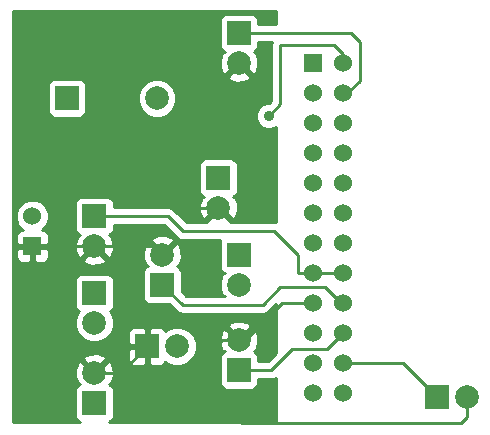
<source format=gbl>
G04 (created by PCBNEW (2013-07-07 BZR 4022)-stable) date 16.5.2014 14:16:54*
%MOIN*%
G04 Gerber Fmt 3.4, Leading zero omitted, Abs format*
%FSLAX34Y34*%
G01*
G70*
G90*
G04 APERTURE LIST*
%ADD10C,0.00590551*%
%ADD11R,0.06X0.06*%
%ADD12C,0.06*%
%ADD13R,0.0787X0.0787*%
%ADD14C,0.0787*%
%ADD15C,0.035*%
%ADD16C,0.01*%
G04 APERTURE END LIST*
G54D10*
G54D11*
X28838Y-23629D03*
G54D12*
X28838Y-22629D03*
G54D11*
X38181Y-17531D03*
G54D12*
X39181Y-17531D03*
X38181Y-18531D03*
X39181Y-18531D03*
X38181Y-19531D03*
X39181Y-19531D03*
X38181Y-20531D03*
X39181Y-20531D03*
X38181Y-21531D03*
X39181Y-21531D03*
X38181Y-22531D03*
X39181Y-22531D03*
X38181Y-23531D03*
X39181Y-23531D03*
X38181Y-24531D03*
X39181Y-24531D03*
X38181Y-25531D03*
X39181Y-25531D03*
X38181Y-26531D03*
X39181Y-26531D03*
X38181Y-27531D03*
X39181Y-27531D03*
X38181Y-28531D03*
X39181Y-28531D03*
G54D13*
X35728Y-16527D03*
G54D14*
X35728Y-17527D03*
G54D13*
X35039Y-21350D03*
G54D14*
X35039Y-22350D03*
G54D13*
X33169Y-24909D03*
G54D14*
X33169Y-23909D03*
G54D13*
X35728Y-27763D03*
G54D14*
X35728Y-26763D03*
G54D13*
X42314Y-28641D03*
G54D14*
X43314Y-28641D03*
G54D13*
X30905Y-28846D03*
G54D14*
X30905Y-27846D03*
G54D13*
X30905Y-22629D03*
G54D14*
X30905Y-23629D03*
G54D13*
X30905Y-25188D03*
G54D14*
X30905Y-26188D03*
G54D13*
X32669Y-26968D03*
G54D14*
X33669Y-26968D03*
G54D13*
X35728Y-23909D03*
G54D14*
X35728Y-24909D03*
G54D13*
X29996Y-18700D03*
G54D14*
X32996Y-18700D03*
G54D15*
X36712Y-19291D03*
G54D16*
X39181Y-17232D02*
X39181Y-17531D01*
X38877Y-16929D02*
X39181Y-17232D01*
X37106Y-16929D02*
X38877Y-16929D01*
X37106Y-18897D02*
X37106Y-16929D01*
X36712Y-19291D02*
X37106Y-18897D01*
X30905Y-22629D02*
X33358Y-22629D01*
X37720Y-24531D02*
X38181Y-24531D01*
X37696Y-24507D02*
X37720Y-24531D01*
X37696Y-23917D02*
X37696Y-24507D01*
X36909Y-23129D02*
X37696Y-23917D01*
X33858Y-23129D02*
X36909Y-23129D01*
X33358Y-22629D02*
X33858Y-23129D01*
X39181Y-24531D02*
X38181Y-24531D01*
X39181Y-25531D02*
X39114Y-25531D01*
X33850Y-25590D02*
X33169Y-24909D01*
X36515Y-25590D02*
X33850Y-25590D01*
X37106Y-25000D02*
X36515Y-25590D01*
X38582Y-25000D02*
X37106Y-25000D01*
X39114Y-25531D02*
X38582Y-25000D01*
X39181Y-18531D02*
X39342Y-18531D01*
X39460Y-16527D02*
X35728Y-16527D01*
X39763Y-16830D02*
X39460Y-16527D01*
X39763Y-18110D02*
X39763Y-16830D01*
X39342Y-18531D02*
X39763Y-18110D01*
X35728Y-27763D02*
X36803Y-27763D01*
X38645Y-27066D02*
X39181Y-26531D01*
X37500Y-27066D02*
X38645Y-27066D01*
X36803Y-27763D02*
X37500Y-27066D01*
X39181Y-27531D02*
X41204Y-27531D01*
X41204Y-27531D02*
X42314Y-28641D01*
X35039Y-22350D02*
X34358Y-22350D01*
X34751Y-18503D02*
X35728Y-17527D01*
X34448Y-18503D02*
X34751Y-18503D01*
X33661Y-19291D02*
X34448Y-18503D01*
X33661Y-21653D02*
X33661Y-19291D01*
X34358Y-22350D02*
X33661Y-21653D01*
X43314Y-28641D02*
X43314Y-29322D01*
X35145Y-26763D02*
X35728Y-26763D01*
X34645Y-27263D02*
X35145Y-26763D01*
X34645Y-28346D02*
X34645Y-27263D01*
X35826Y-29527D02*
X34645Y-28346D01*
X43110Y-29527D02*
X35826Y-29527D01*
X43314Y-29322D02*
X43110Y-29527D01*
X30905Y-27846D02*
X31791Y-27846D01*
X31791Y-27846D02*
X32669Y-26968D01*
X43314Y-28937D02*
X43314Y-28551D01*
X30905Y-23629D02*
X32889Y-23629D01*
X32889Y-23629D02*
X33169Y-23909D01*
X28838Y-23629D02*
X30905Y-23629D01*
X38181Y-25531D02*
X37165Y-25531D01*
X35933Y-26763D02*
X35728Y-26763D01*
X37165Y-25531D02*
X35933Y-26763D01*
G54D10*
G36*
X35804Y-24915D02*
X35733Y-24985D01*
X35728Y-24980D01*
X35722Y-24985D01*
X35652Y-24915D01*
X35657Y-24909D01*
X35652Y-24903D01*
X35722Y-24833D01*
X35728Y-24838D01*
X35733Y-24833D01*
X35804Y-24903D01*
X35799Y-24909D01*
X35804Y-24915D01*
X35804Y-24915D01*
G37*
G54D16*
X35804Y-24915D02*
X35733Y-24985D01*
X35728Y-24980D01*
X35722Y-24985D01*
X35652Y-24915D01*
X35657Y-24909D01*
X35652Y-24903D01*
X35722Y-24833D01*
X35728Y-24838D01*
X35733Y-24833D01*
X35804Y-24903D01*
X35799Y-24909D01*
X35804Y-24915D01*
G54D10*
G36*
X36957Y-29477D02*
X34312Y-29477D01*
X34312Y-26841D01*
X34215Y-26604D01*
X34034Y-26423D01*
X33797Y-26325D01*
X33541Y-26324D01*
X33305Y-26422D01*
X33280Y-26447D01*
X33274Y-26433D01*
X33204Y-26363D01*
X33112Y-26325D01*
X33013Y-26324D01*
X32781Y-26325D01*
X32719Y-26387D01*
X32719Y-26918D01*
X32727Y-26918D01*
X32727Y-27018D01*
X32719Y-27018D01*
X32719Y-27549D01*
X32781Y-27612D01*
X33013Y-27612D01*
X33112Y-27611D01*
X33204Y-27573D01*
X33274Y-27503D01*
X33280Y-27489D01*
X33304Y-27513D01*
X33540Y-27611D01*
X33796Y-27612D01*
X34033Y-27514D01*
X34214Y-27333D01*
X34312Y-27097D01*
X34312Y-26841D01*
X34312Y-29477D01*
X32619Y-29477D01*
X32619Y-27549D01*
X32619Y-27018D01*
X32619Y-26918D01*
X32619Y-26387D01*
X32556Y-26325D01*
X32325Y-26324D01*
X32225Y-26325D01*
X32133Y-26363D01*
X32063Y-26433D01*
X32025Y-26525D01*
X32025Y-26856D01*
X32088Y-26918D01*
X32619Y-26918D01*
X32619Y-27018D01*
X32088Y-27018D01*
X32025Y-27081D01*
X32025Y-27411D01*
X32063Y-27503D01*
X32133Y-27573D01*
X32225Y-27611D01*
X32325Y-27612D01*
X32556Y-27612D01*
X32619Y-27549D01*
X32619Y-29477D01*
X31378Y-29477D01*
X31440Y-29452D01*
X31510Y-29381D01*
X31548Y-29289D01*
X31549Y-29190D01*
X31549Y-28403D01*
X31511Y-28311D01*
X31440Y-28241D01*
X31387Y-28218D01*
X31464Y-28190D01*
X31553Y-27950D01*
X31549Y-27837D01*
X31549Y-26061D01*
X31451Y-25824D01*
X31426Y-25800D01*
X31440Y-25794D01*
X31510Y-25724D01*
X31548Y-25632D01*
X31549Y-25532D01*
X31549Y-24745D01*
X31511Y-24654D01*
X31440Y-24583D01*
X31348Y-24545D01*
X31288Y-24545D01*
X31288Y-24083D01*
X30905Y-23700D01*
X30522Y-24083D01*
X30561Y-24188D01*
X30801Y-24277D01*
X31057Y-24268D01*
X31249Y-24188D01*
X31288Y-24083D01*
X31288Y-24545D01*
X31249Y-24545D01*
X30462Y-24545D01*
X30370Y-24583D01*
X30300Y-24653D01*
X30262Y-24745D01*
X30261Y-24844D01*
X30261Y-25631D01*
X30299Y-25723D01*
X30370Y-25794D01*
X30384Y-25800D01*
X30360Y-25823D01*
X30262Y-26060D01*
X30261Y-26316D01*
X30359Y-26553D01*
X30540Y-26734D01*
X30776Y-26832D01*
X31032Y-26832D01*
X31269Y-26734D01*
X31450Y-26553D01*
X31548Y-26317D01*
X31549Y-26061D01*
X31549Y-27837D01*
X31543Y-27694D01*
X31464Y-27502D01*
X31359Y-27463D01*
X31288Y-27534D01*
X31288Y-27392D01*
X31249Y-27287D01*
X31009Y-27198D01*
X30753Y-27208D01*
X30561Y-27287D01*
X30522Y-27392D01*
X30905Y-27775D01*
X31288Y-27392D01*
X31288Y-27534D01*
X30976Y-27846D01*
X30981Y-27852D01*
X30911Y-27922D01*
X30905Y-27917D01*
X30899Y-27922D01*
X30829Y-27852D01*
X30834Y-27846D01*
X30451Y-27463D01*
X30346Y-27502D01*
X30257Y-27742D01*
X30267Y-27998D01*
X30346Y-28190D01*
X30423Y-28218D01*
X30370Y-28240D01*
X30300Y-28311D01*
X30262Y-28403D01*
X30261Y-28502D01*
X30261Y-29289D01*
X30299Y-29381D01*
X30370Y-29451D01*
X30432Y-29477D01*
X29388Y-29477D01*
X29388Y-22520D01*
X29305Y-22318D01*
X29150Y-22163D01*
X28948Y-22080D01*
X28729Y-22079D01*
X28527Y-22163D01*
X28372Y-22317D01*
X28288Y-22520D01*
X28288Y-22738D01*
X28372Y-22941D01*
X28510Y-23079D01*
X28488Y-23079D01*
X28396Y-23118D01*
X28326Y-23188D01*
X28288Y-23280D01*
X28288Y-23517D01*
X28351Y-23579D01*
X28788Y-23579D01*
X28788Y-23572D01*
X28888Y-23572D01*
X28888Y-23579D01*
X29326Y-23579D01*
X29388Y-23517D01*
X29388Y-23280D01*
X29350Y-23188D01*
X29280Y-23118D01*
X29188Y-23079D01*
X29166Y-23079D01*
X29304Y-22941D01*
X29388Y-22739D01*
X29388Y-22520D01*
X29388Y-29477D01*
X29388Y-29477D01*
X29388Y-23979D01*
X29388Y-23742D01*
X29326Y-23679D01*
X28888Y-23679D01*
X28888Y-24117D01*
X28951Y-24179D01*
X29089Y-24179D01*
X29188Y-24179D01*
X29280Y-24141D01*
X29350Y-24071D01*
X29388Y-23979D01*
X29388Y-29477D01*
X28788Y-29477D01*
X28788Y-24117D01*
X28788Y-23679D01*
X28351Y-23679D01*
X28288Y-23742D01*
X28288Y-23979D01*
X28326Y-24071D01*
X28396Y-24141D01*
X28488Y-24179D01*
X28588Y-24179D01*
X28726Y-24179D01*
X28788Y-24117D01*
X28788Y-29477D01*
X28199Y-29477D01*
X28199Y-15798D01*
X36957Y-15798D01*
X36957Y-16227D01*
X36371Y-16227D01*
X36371Y-16084D01*
X36333Y-15992D01*
X36263Y-15922D01*
X36171Y-15884D01*
X36072Y-15884D01*
X35285Y-15884D01*
X35193Y-15921D01*
X35123Y-15992D01*
X35084Y-16084D01*
X35084Y-16183D01*
X35084Y-16970D01*
X35122Y-17062D01*
X35193Y-17132D01*
X35246Y-17155D01*
X35169Y-17183D01*
X35080Y-17423D01*
X35090Y-17679D01*
X35169Y-17871D01*
X35274Y-17910D01*
X35657Y-17527D01*
X35652Y-17521D01*
X35722Y-17451D01*
X35728Y-17456D01*
X35733Y-17451D01*
X35804Y-17521D01*
X35799Y-17527D01*
X36181Y-17910D01*
X36286Y-17871D01*
X36376Y-17631D01*
X36366Y-17375D01*
X36286Y-17183D01*
X36210Y-17155D01*
X36263Y-17133D01*
X36333Y-17062D01*
X36371Y-16971D01*
X36371Y-16871D01*
X36371Y-16827D01*
X36826Y-16827D01*
X36806Y-16929D01*
X36806Y-18773D01*
X36713Y-18866D01*
X36628Y-18866D01*
X36472Y-18930D01*
X36352Y-19050D01*
X36287Y-19206D01*
X36287Y-19375D01*
X36352Y-19531D01*
X36471Y-19651D01*
X36627Y-19716D01*
X36796Y-19716D01*
X36953Y-19651D01*
X36957Y-19647D01*
X36957Y-22839D01*
X36909Y-22829D01*
X36111Y-22829D01*
X36111Y-17981D01*
X35728Y-17598D01*
X35345Y-17981D01*
X35384Y-18086D01*
X35624Y-18175D01*
X35880Y-18165D01*
X36072Y-18086D01*
X36111Y-17981D01*
X36111Y-22829D01*
X35687Y-22829D01*
X35687Y-22454D01*
X35677Y-22198D01*
X35598Y-22006D01*
X35521Y-21977D01*
X35574Y-21955D01*
X35644Y-21885D01*
X35682Y-21793D01*
X35682Y-21694D01*
X35682Y-20907D01*
X35644Y-20815D01*
X35574Y-20745D01*
X35482Y-20706D01*
X35383Y-20706D01*
X34596Y-20706D01*
X34504Y-20744D01*
X34434Y-20815D01*
X34395Y-20906D01*
X34395Y-21006D01*
X34395Y-21793D01*
X34433Y-21885D01*
X34504Y-21955D01*
X34557Y-21977D01*
X34480Y-22006D01*
X34391Y-22246D01*
X34401Y-22502D01*
X34480Y-22694D01*
X34585Y-22733D01*
X34968Y-22350D01*
X34963Y-22344D01*
X35033Y-22274D01*
X35039Y-22279D01*
X35044Y-22274D01*
X35115Y-22344D01*
X35110Y-22350D01*
X35492Y-22733D01*
X35598Y-22694D01*
X35687Y-22454D01*
X35687Y-22829D01*
X35412Y-22829D01*
X35422Y-22804D01*
X35039Y-22421D01*
X34656Y-22804D01*
X34666Y-22829D01*
X33982Y-22829D01*
X33639Y-22487D01*
X33639Y-18573D01*
X33541Y-18336D01*
X33361Y-18155D01*
X33124Y-18057D01*
X32868Y-18057D01*
X32632Y-18154D01*
X32450Y-18335D01*
X32352Y-18572D01*
X32352Y-18828D01*
X32450Y-19064D01*
X32631Y-19246D01*
X32867Y-19344D01*
X33123Y-19344D01*
X33360Y-19246D01*
X33541Y-19065D01*
X33639Y-18829D01*
X33639Y-18573D01*
X33639Y-22487D01*
X33570Y-22417D01*
X33473Y-22352D01*
X33358Y-22329D01*
X31549Y-22329D01*
X31549Y-22186D01*
X31511Y-22094D01*
X31440Y-22024D01*
X31348Y-21986D01*
X31249Y-21986D01*
X30639Y-21986D01*
X30639Y-19044D01*
X30639Y-18257D01*
X30601Y-18165D01*
X30531Y-18095D01*
X30439Y-18057D01*
X30340Y-18057D01*
X29553Y-18057D01*
X29461Y-18095D01*
X29390Y-18165D01*
X29352Y-18257D01*
X29352Y-18356D01*
X29352Y-19143D01*
X29390Y-19235D01*
X29460Y-19306D01*
X29552Y-19344D01*
X29652Y-19344D01*
X30439Y-19344D01*
X30530Y-19306D01*
X30601Y-19236D01*
X30639Y-19144D01*
X30639Y-19044D01*
X30639Y-21986D01*
X30462Y-21986D01*
X30370Y-22024D01*
X30300Y-22094D01*
X30262Y-22186D01*
X30261Y-22285D01*
X30261Y-23072D01*
X30299Y-23164D01*
X30370Y-23235D01*
X30423Y-23257D01*
X30346Y-23285D01*
X30257Y-23525D01*
X30267Y-23781D01*
X30346Y-23973D01*
X30451Y-24012D01*
X30834Y-23629D01*
X30829Y-23624D01*
X30899Y-23553D01*
X30905Y-23559D01*
X30911Y-23553D01*
X30981Y-23624D01*
X30976Y-23629D01*
X31359Y-24012D01*
X31464Y-23973D01*
X31553Y-23734D01*
X31543Y-23478D01*
X31464Y-23285D01*
X31387Y-23257D01*
X31440Y-23235D01*
X31510Y-23165D01*
X31548Y-23073D01*
X31549Y-22973D01*
X31549Y-22929D01*
X33234Y-22929D01*
X33646Y-23342D01*
X33646Y-23342D01*
X33743Y-23407D01*
X33858Y-23429D01*
X35099Y-23429D01*
X35084Y-23466D01*
X35084Y-23565D01*
X35084Y-24352D01*
X35122Y-24444D01*
X35193Y-24514D01*
X35246Y-24536D01*
X35169Y-24565D01*
X35080Y-24805D01*
X35090Y-25061D01*
X35169Y-25253D01*
X35269Y-25290D01*
X33974Y-25290D01*
X33812Y-25128D01*
X33812Y-24466D01*
X33774Y-24374D01*
X33704Y-24304D01*
X33651Y-24281D01*
X33727Y-24253D01*
X33817Y-24013D01*
X33807Y-23757D01*
X33727Y-23565D01*
X33622Y-23526D01*
X33552Y-23597D01*
X33552Y-23455D01*
X33513Y-23350D01*
X33273Y-23261D01*
X33017Y-23271D01*
X32825Y-23350D01*
X32786Y-23455D01*
X33169Y-23838D01*
X33552Y-23455D01*
X33552Y-23597D01*
X33240Y-23909D01*
X33245Y-23915D01*
X33174Y-23985D01*
X33169Y-23980D01*
X33163Y-23985D01*
X33093Y-23915D01*
X33098Y-23909D01*
X32715Y-23526D01*
X32610Y-23565D01*
X32521Y-23805D01*
X32530Y-24061D01*
X32610Y-24253D01*
X32687Y-24281D01*
X32634Y-24303D01*
X32563Y-24374D01*
X32525Y-24466D01*
X32525Y-24565D01*
X32525Y-25352D01*
X32563Y-25444D01*
X32633Y-25514D01*
X32725Y-25552D01*
X32825Y-25552D01*
X33388Y-25552D01*
X33638Y-25802D01*
X33638Y-25802D01*
X33735Y-25867D01*
X33850Y-25890D01*
X36515Y-25890D01*
X36515Y-25890D01*
X36630Y-25867D01*
X36630Y-25867D01*
X36727Y-25802D01*
X36957Y-25572D01*
X36957Y-27184D01*
X36678Y-27463D01*
X36371Y-27463D01*
X36371Y-27320D01*
X36333Y-27228D01*
X36263Y-27158D01*
X36210Y-27136D01*
X36286Y-27107D01*
X36376Y-26867D01*
X36366Y-26612D01*
X36286Y-26419D01*
X36181Y-26380D01*
X36111Y-26451D01*
X36111Y-26310D01*
X36072Y-26205D01*
X35832Y-26115D01*
X35576Y-26125D01*
X35384Y-26205D01*
X35345Y-26310D01*
X35728Y-26693D01*
X36111Y-26310D01*
X36111Y-26451D01*
X35799Y-26763D01*
X35804Y-26769D01*
X35733Y-26840D01*
X35728Y-26834D01*
X35722Y-26840D01*
X35652Y-26769D01*
X35657Y-26763D01*
X35274Y-26380D01*
X35169Y-26419D01*
X35080Y-26659D01*
X35090Y-26915D01*
X35169Y-27107D01*
X35246Y-27136D01*
X35193Y-27158D01*
X35123Y-27228D01*
X35084Y-27320D01*
X35084Y-27419D01*
X35084Y-28206D01*
X35122Y-28298D01*
X35193Y-28369D01*
X35284Y-28407D01*
X35384Y-28407D01*
X36171Y-28407D01*
X36263Y-28369D01*
X36333Y-28299D01*
X36371Y-28207D01*
X36371Y-28107D01*
X36371Y-28063D01*
X36803Y-28063D01*
X36803Y-28063D01*
X36917Y-28040D01*
X36917Y-28040D01*
X36957Y-28014D01*
X36957Y-29477D01*
X36957Y-29477D01*
G37*
G54D16*
X36957Y-29477D02*
X34312Y-29477D01*
X34312Y-26841D01*
X34215Y-26604D01*
X34034Y-26423D01*
X33797Y-26325D01*
X33541Y-26324D01*
X33305Y-26422D01*
X33280Y-26447D01*
X33274Y-26433D01*
X33204Y-26363D01*
X33112Y-26325D01*
X33013Y-26324D01*
X32781Y-26325D01*
X32719Y-26387D01*
X32719Y-26918D01*
X32727Y-26918D01*
X32727Y-27018D01*
X32719Y-27018D01*
X32719Y-27549D01*
X32781Y-27612D01*
X33013Y-27612D01*
X33112Y-27611D01*
X33204Y-27573D01*
X33274Y-27503D01*
X33280Y-27489D01*
X33304Y-27513D01*
X33540Y-27611D01*
X33796Y-27612D01*
X34033Y-27514D01*
X34214Y-27333D01*
X34312Y-27097D01*
X34312Y-26841D01*
X34312Y-29477D01*
X32619Y-29477D01*
X32619Y-27549D01*
X32619Y-27018D01*
X32619Y-26918D01*
X32619Y-26387D01*
X32556Y-26325D01*
X32325Y-26324D01*
X32225Y-26325D01*
X32133Y-26363D01*
X32063Y-26433D01*
X32025Y-26525D01*
X32025Y-26856D01*
X32088Y-26918D01*
X32619Y-26918D01*
X32619Y-27018D01*
X32088Y-27018D01*
X32025Y-27081D01*
X32025Y-27411D01*
X32063Y-27503D01*
X32133Y-27573D01*
X32225Y-27611D01*
X32325Y-27612D01*
X32556Y-27612D01*
X32619Y-27549D01*
X32619Y-29477D01*
X31378Y-29477D01*
X31440Y-29452D01*
X31510Y-29381D01*
X31548Y-29289D01*
X31549Y-29190D01*
X31549Y-28403D01*
X31511Y-28311D01*
X31440Y-28241D01*
X31387Y-28218D01*
X31464Y-28190D01*
X31553Y-27950D01*
X31549Y-27837D01*
X31549Y-26061D01*
X31451Y-25824D01*
X31426Y-25800D01*
X31440Y-25794D01*
X31510Y-25724D01*
X31548Y-25632D01*
X31549Y-25532D01*
X31549Y-24745D01*
X31511Y-24654D01*
X31440Y-24583D01*
X31348Y-24545D01*
X31288Y-24545D01*
X31288Y-24083D01*
X30905Y-23700D01*
X30522Y-24083D01*
X30561Y-24188D01*
X30801Y-24277D01*
X31057Y-24268D01*
X31249Y-24188D01*
X31288Y-24083D01*
X31288Y-24545D01*
X31249Y-24545D01*
X30462Y-24545D01*
X30370Y-24583D01*
X30300Y-24653D01*
X30262Y-24745D01*
X30261Y-24844D01*
X30261Y-25631D01*
X30299Y-25723D01*
X30370Y-25794D01*
X30384Y-25800D01*
X30360Y-25823D01*
X30262Y-26060D01*
X30261Y-26316D01*
X30359Y-26553D01*
X30540Y-26734D01*
X30776Y-26832D01*
X31032Y-26832D01*
X31269Y-26734D01*
X31450Y-26553D01*
X31548Y-26317D01*
X31549Y-26061D01*
X31549Y-27837D01*
X31543Y-27694D01*
X31464Y-27502D01*
X31359Y-27463D01*
X31288Y-27534D01*
X31288Y-27392D01*
X31249Y-27287D01*
X31009Y-27198D01*
X30753Y-27208D01*
X30561Y-27287D01*
X30522Y-27392D01*
X30905Y-27775D01*
X31288Y-27392D01*
X31288Y-27534D01*
X30976Y-27846D01*
X30981Y-27852D01*
X30911Y-27922D01*
X30905Y-27917D01*
X30899Y-27922D01*
X30829Y-27852D01*
X30834Y-27846D01*
X30451Y-27463D01*
X30346Y-27502D01*
X30257Y-27742D01*
X30267Y-27998D01*
X30346Y-28190D01*
X30423Y-28218D01*
X30370Y-28240D01*
X30300Y-28311D01*
X30262Y-28403D01*
X30261Y-28502D01*
X30261Y-29289D01*
X30299Y-29381D01*
X30370Y-29451D01*
X30432Y-29477D01*
X29388Y-29477D01*
X29388Y-22520D01*
X29305Y-22318D01*
X29150Y-22163D01*
X28948Y-22080D01*
X28729Y-22079D01*
X28527Y-22163D01*
X28372Y-22317D01*
X28288Y-22520D01*
X28288Y-22738D01*
X28372Y-22941D01*
X28510Y-23079D01*
X28488Y-23079D01*
X28396Y-23118D01*
X28326Y-23188D01*
X28288Y-23280D01*
X28288Y-23517D01*
X28351Y-23579D01*
X28788Y-23579D01*
X28788Y-23572D01*
X28888Y-23572D01*
X28888Y-23579D01*
X29326Y-23579D01*
X29388Y-23517D01*
X29388Y-23280D01*
X29350Y-23188D01*
X29280Y-23118D01*
X29188Y-23079D01*
X29166Y-23079D01*
X29304Y-22941D01*
X29388Y-22739D01*
X29388Y-22520D01*
X29388Y-29477D01*
X29388Y-29477D01*
X29388Y-23979D01*
X29388Y-23742D01*
X29326Y-23679D01*
X28888Y-23679D01*
X28888Y-24117D01*
X28951Y-24179D01*
X29089Y-24179D01*
X29188Y-24179D01*
X29280Y-24141D01*
X29350Y-24071D01*
X29388Y-23979D01*
X29388Y-29477D01*
X28788Y-29477D01*
X28788Y-24117D01*
X28788Y-23679D01*
X28351Y-23679D01*
X28288Y-23742D01*
X28288Y-23979D01*
X28326Y-24071D01*
X28396Y-24141D01*
X28488Y-24179D01*
X28588Y-24179D01*
X28726Y-24179D01*
X28788Y-24117D01*
X28788Y-29477D01*
X28199Y-29477D01*
X28199Y-15798D01*
X36957Y-15798D01*
X36957Y-16227D01*
X36371Y-16227D01*
X36371Y-16084D01*
X36333Y-15992D01*
X36263Y-15922D01*
X36171Y-15884D01*
X36072Y-15884D01*
X35285Y-15884D01*
X35193Y-15921D01*
X35123Y-15992D01*
X35084Y-16084D01*
X35084Y-16183D01*
X35084Y-16970D01*
X35122Y-17062D01*
X35193Y-17132D01*
X35246Y-17155D01*
X35169Y-17183D01*
X35080Y-17423D01*
X35090Y-17679D01*
X35169Y-17871D01*
X35274Y-17910D01*
X35657Y-17527D01*
X35652Y-17521D01*
X35722Y-17451D01*
X35728Y-17456D01*
X35733Y-17451D01*
X35804Y-17521D01*
X35799Y-17527D01*
X36181Y-17910D01*
X36286Y-17871D01*
X36376Y-17631D01*
X36366Y-17375D01*
X36286Y-17183D01*
X36210Y-17155D01*
X36263Y-17133D01*
X36333Y-17062D01*
X36371Y-16971D01*
X36371Y-16871D01*
X36371Y-16827D01*
X36826Y-16827D01*
X36806Y-16929D01*
X36806Y-18773D01*
X36713Y-18866D01*
X36628Y-18866D01*
X36472Y-18930D01*
X36352Y-19050D01*
X36287Y-19206D01*
X36287Y-19375D01*
X36352Y-19531D01*
X36471Y-19651D01*
X36627Y-19716D01*
X36796Y-19716D01*
X36953Y-19651D01*
X36957Y-19647D01*
X36957Y-22839D01*
X36909Y-22829D01*
X36111Y-22829D01*
X36111Y-17981D01*
X35728Y-17598D01*
X35345Y-17981D01*
X35384Y-18086D01*
X35624Y-18175D01*
X35880Y-18165D01*
X36072Y-18086D01*
X36111Y-17981D01*
X36111Y-22829D01*
X35687Y-22829D01*
X35687Y-22454D01*
X35677Y-22198D01*
X35598Y-22006D01*
X35521Y-21977D01*
X35574Y-21955D01*
X35644Y-21885D01*
X35682Y-21793D01*
X35682Y-21694D01*
X35682Y-20907D01*
X35644Y-20815D01*
X35574Y-20745D01*
X35482Y-20706D01*
X35383Y-20706D01*
X34596Y-20706D01*
X34504Y-20744D01*
X34434Y-20815D01*
X34395Y-20906D01*
X34395Y-21006D01*
X34395Y-21793D01*
X34433Y-21885D01*
X34504Y-21955D01*
X34557Y-21977D01*
X34480Y-22006D01*
X34391Y-22246D01*
X34401Y-22502D01*
X34480Y-22694D01*
X34585Y-22733D01*
X34968Y-22350D01*
X34963Y-22344D01*
X35033Y-22274D01*
X35039Y-22279D01*
X35044Y-22274D01*
X35115Y-22344D01*
X35110Y-22350D01*
X35492Y-22733D01*
X35598Y-22694D01*
X35687Y-22454D01*
X35687Y-22829D01*
X35412Y-22829D01*
X35422Y-22804D01*
X35039Y-22421D01*
X34656Y-22804D01*
X34666Y-22829D01*
X33982Y-22829D01*
X33639Y-22487D01*
X33639Y-18573D01*
X33541Y-18336D01*
X33361Y-18155D01*
X33124Y-18057D01*
X32868Y-18057D01*
X32632Y-18154D01*
X32450Y-18335D01*
X32352Y-18572D01*
X32352Y-18828D01*
X32450Y-19064D01*
X32631Y-19246D01*
X32867Y-19344D01*
X33123Y-19344D01*
X33360Y-19246D01*
X33541Y-19065D01*
X33639Y-18829D01*
X33639Y-18573D01*
X33639Y-22487D01*
X33570Y-22417D01*
X33473Y-22352D01*
X33358Y-22329D01*
X31549Y-22329D01*
X31549Y-22186D01*
X31511Y-22094D01*
X31440Y-22024D01*
X31348Y-21986D01*
X31249Y-21986D01*
X30639Y-21986D01*
X30639Y-19044D01*
X30639Y-18257D01*
X30601Y-18165D01*
X30531Y-18095D01*
X30439Y-18057D01*
X30340Y-18057D01*
X29553Y-18057D01*
X29461Y-18095D01*
X29390Y-18165D01*
X29352Y-18257D01*
X29352Y-18356D01*
X29352Y-19143D01*
X29390Y-19235D01*
X29460Y-19306D01*
X29552Y-19344D01*
X29652Y-19344D01*
X30439Y-19344D01*
X30530Y-19306D01*
X30601Y-19236D01*
X30639Y-19144D01*
X30639Y-19044D01*
X30639Y-21986D01*
X30462Y-21986D01*
X30370Y-22024D01*
X30300Y-22094D01*
X30262Y-22186D01*
X30261Y-22285D01*
X30261Y-23072D01*
X30299Y-23164D01*
X30370Y-23235D01*
X30423Y-23257D01*
X30346Y-23285D01*
X30257Y-23525D01*
X30267Y-23781D01*
X30346Y-23973D01*
X30451Y-24012D01*
X30834Y-23629D01*
X30829Y-23624D01*
X30899Y-23553D01*
X30905Y-23559D01*
X30911Y-23553D01*
X30981Y-23624D01*
X30976Y-23629D01*
X31359Y-24012D01*
X31464Y-23973D01*
X31553Y-23734D01*
X31543Y-23478D01*
X31464Y-23285D01*
X31387Y-23257D01*
X31440Y-23235D01*
X31510Y-23165D01*
X31548Y-23073D01*
X31549Y-22973D01*
X31549Y-22929D01*
X33234Y-22929D01*
X33646Y-23342D01*
X33646Y-23342D01*
X33743Y-23407D01*
X33858Y-23429D01*
X35099Y-23429D01*
X35084Y-23466D01*
X35084Y-23565D01*
X35084Y-24352D01*
X35122Y-24444D01*
X35193Y-24514D01*
X35246Y-24536D01*
X35169Y-24565D01*
X35080Y-24805D01*
X35090Y-25061D01*
X35169Y-25253D01*
X35269Y-25290D01*
X33974Y-25290D01*
X33812Y-25128D01*
X33812Y-24466D01*
X33774Y-24374D01*
X33704Y-24304D01*
X33651Y-24281D01*
X33727Y-24253D01*
X33817Y-24013D01*
X33807Y-23757D01*
X33727Y-23565D01*
X33622Y-23526D01*
X33552Y-23597D01*
X33552Y-23455D01*
X33513Y-23350D01*
X33273Y-23261D01*
X33017Y-23271D01*
X32825Y-23350D01*
X32786Y-23455D01*
X33169Y-23838D01*
X33552Y-23455D01*
X33552Y-23597D01*
X33240Y-23909D01*
X33245Y-23915D01*
X33174Y-23985D01*
X33169Y-23980D01*
X33163Y-23985D01*
X33093Y-23915D01*
X33098Y-23909D01*
X32715Y-23526D01*
X32610Y-23565D01*
X32521Y-23805D01*
X32530Y-24061D01*
X32610Y-24253D01*
X32687Y-24281D01*
X32634Y-24303D01*
X32563Y-24374D01*
X32525Y-24466D01*
X32525Y-24565D01*
X32525Y-25352D01*
X32563Y-25444D01*
X32633Y-25514D01*
X32725Y-25552D01*
X32825Y-25552D01*
X33388Y-25552D01*
X33638Y-25802D01*
X33638Y-25802D01*
X33735Y-25867D01*
X33850Y-25890D01*
X36515Y-25890D01*
X36515Y-25890D01*
X36630Y-25867D01*
X36630Y-25867D01*
X36727Y-25802D01*
X36957Y-25572D01*
X36957Y-27184D01*
X36678Y-27463D01*
X36371Y-27463D01*
X36371Y-27320D01*
X36333Y-27228D01*
X36263Y-27158D01*
X36210Y-27136D01*
X36286Y-27107D01*
X36376Y-26867D01*
X36366Y-26612D01*
X36286Y-26419D01*
X36181Y-26380D01*
X36111Y-26451D01*
X36111Y-26310D01*
X36072Y-26205D01*
X35832Y-26115D01*
X35576Y-26125D01*
X35384Y-26205D01*
X35345Y-26310D01*
X35728Y-26693D01*
X36111Y-26310D01*
X36111Y-26451D01*
X35799Y-26763D01*
X35804Y-26769D01*
X35733Y-26840D01*
X35728Y-26834D01*
X35722Y-26840D01*
X35652Y-26769D01*
X35657Y-26763D01*
X35274Y-26380D01*
X35169Y-26419D01*
X35080Y-26659D01*
X35090Y-26915D01*
X35169Y-27107D01*
X35246Y-27136D01*
X35193Y-27158D01*
X35123Y-27228D01*
X35084Y-27320D01*
X35084Y-27419D01*
X35084Y-28206D01*
X35122Y-28298D01*
X35193Y-28369D01*
X35284Y-28407D01*
X35384Y-28407D01*
X36171Y-28407D01*
X36263Y-28369D01*
X36333Y-28299D01*
X36371Y-28207D01*
X36371Y-28107D01*
X36371Y-28063D01*
X36803Y-28063D01*
X36803Y-28063D01*
X36917Y-28040D01*
X36917Y-28040D01*
X36957Y-28014D01*
X36957Y-29477D01*
M02*

</source>
